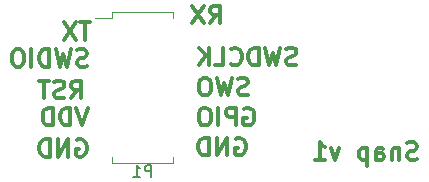
<source format=gbo>
%TF.GenerationSoftware,KiCad,Pcbnew,no-vcs-found-8182369~60~ubuntu16.04.1*%
%TF.CreationDate,2017-09-13T17:00:57+05:30*%
%TF.ProjectId,snap_rev1,736E61705F726576312E6B696361645F,rev?*%
%TF.SameCoordinates,Original*%
%TF.FileFunction,Legend,Bot*%
%TF.FilePolarity,Positive*%
%FSLAX46Y46*%
G04 Gerber Fmt 4.6, Leading zero omitted, Abs format (unit mm)*
G04 Created by KiCad (PCBNEW no-vcs-found-8182369~60~ubuntu16.04.1) date Wed Sep 13 17:00:57 2017*
%MOMM*%
%LPD*%
G01*
G04 APERTURE LIST*
%ADD10C,0.300000*%
%ADD11C,0.120000*%
%ADD12C,0.150000*%
G04 APERTURE END LIST*
D10*
X77854428Y-60678142D02*
X77640142Y-60749571D01*
X77283000Y-60749571D01*
X77140142Y-60678142D01*
X77068714Y-60606714D01*
X76997285Y-60463857D01*
X76997285Y-60321000D01*
X77068714Y-60178142D01*
X77140142Y-60106714D01*
X77283000Y-60035285D01*
X77568714Y-59963857D01*
X77711571Y-59892428D01*
X77783000Y-59821000D01*
X77854428Y-59678142D01*
X77854428Y-59535285D01*
X77783000Y-59392428D01*
X77711571Y-59321000D01*
X77568714Y-59249571D01*
X77211571Y-59249571D01*
X76997285Y-59321000D01*
X76354428Y-59749571D02*
X76354428Y-60749571D01*
X76354428Y-59892428D02*
X76283000Y-59821000D01*
X76140142Y-59749571D01*
X75925857Y-59749571D01*
X75783000Y-59821000D01*
X75711571Y-59963857D01*
X75711571Y-60749571D01*
X74354428Y-60749571D02*
X74354428Y-59963857D01*
X74425857Y-59821000D01*
X74568714Y-59749571D01*
X74854428Y-59749571D01*
X74997285Y-59821000D01*
X74354428Y-60678142D02*
X74497285Y-60749571D01*
X74854428Y-60749571D01*
X74997285Y-60678142D01*
X75068714Y-60535285D01*
X75068714Y-60392428D01*
X74997285Y-60249571D01*
X74854428Y-60178142D01*
X74497285Y-60178142D01*
X74354428Y-60106714D01*
X73640142Y-59749571D02*
X73640142Y-61249571D01*
X73640142Y-59821000D02*
X73497285Y-59749571D01*
X73211571Y-59749571D01*
X73068714Y-59821000D01*
X72997285Y-59892428D01*
X72925857Y-60035285D01*
X72925857Y-60463857D01*
X72997285Y-60606714D01*
X73068714Y-60678142D01*
X73211571Y-60749571D01*
X73497285Y-60749571D01*
X73640142Y-60678142D01*
X71283000Y-59749571D02*
X70925857Y-60749571D01*
X70568714Y-59749571D01*
X69211571Y-60749571D02*
X70068714Y-60749571D01*
X69640142Y-60749571D02*
X69640142Y-59249571D01*
X69783000Y-59463857D01*
X69925857Y-59606714D01*
X70068714Y-59678142D01*
X60321000Y-49192571D02*
X60821000Y-48478285D01*
X61178142Y-49192571D02*
X61178142Y-47692571D01*
X60606714Y-47692571D01*
X60463857Y-47764000D01*
X60392428Y-47835428D01*
X60321000Y-47978285D01*
X60321000Y-48192571D01*
X60392428Y-48335428D01*
X60463857Y-48406857D01*
X60606714Y-48478285D01*
X61178142Y-48478285D01*
X59821000Y-47692571D02*
X58821000Y-49192571D01*
X58821000Y-47692571D02*
X59821000Y-49192571D01*
X62483857Y-58940000D02*
X62626714Y-58868571D01*
X62841000Y-58868571D01*
X63055285Y-58940000D01*
X63198142Y-59082857D01*
X63269571Y-59225714D01*
X63341000Y-59511428D01*
X63341000Y-59725714D01*
X63269571Y-60011428D01*
X63198142Y-60154285D01*
X63055285Y-60297142D01*
X62841000Y-60368571D01*
X62698142Y-60368571D01*
X62483857Y-60297142D01*
X62412428Y-60225714D01*
X62412428Y-59725714D01*
X62698142Y-59725714D01*
X61769571Y-60368571D02*
X61769571Y-58868571D01*
X60912428Y-60368571D01*
X60912428Y-58868571D01*
X60198142Y-60368571D02*
X60198142Y-58868571D01*
X59841000Y-58868571D01*
X59626714Y-58940000D01*
X59483857Y-59082857D01*
X59412428Y-59225714D01*
X59341000Y-59511428D01*
X59341000Y-59725714D01*
X59412428Y-60011428D01*
X59483857Y-60154285D01*
X59626714Y-60297142D01*
X59841000Y-60368571D01*
X60198142Y-60368571D01*
X49021857Y-59067000D02*
X49164714Y-58995571D01*
X49379000Y-58995571D01*
X49593285Y-59067000D01*
X49736142Y-59209857D01*
X49807571Y-59352714D01*
X49879000Y-59638428D01*
X49879000Y-59852714D01*
X49807571Y-60138428D01*
X49736142Y-60281285D01*
X49593285Y-60424142D01*
X49379000Y-60495571D01*
X49236142Y-60495571D01*
X49021857Y-60424142D01*
X48950428Y-60352714D01*
X48950428Y-59852714D01*
X49236142Y-59852714D01*
X48307571Y-60495571D02*
X48307571Y-58995571D01*
X47450428Y-60495571D01*
X47450428Y-58995571D01*
X46736142Y-60495571D02*
X46736142Y-58995571D01*
X46379000Y-58995571D01*
X46164714Y-59067000D01*
X46021857Y-59209857D01*
X45950428Y-59352714D01*
X45879000Y-59638428D01*
X45879000Y-59852714D01*
X45950428Y-60138428D01*
X46021857Y-60281285D01*
X46164714Y-60424142D01*
X46379000Y-60495571D01*
X46736142Y-60495571D01*
X63222000Y-56400000D02*
X63364857Y-56328571D01*
X63579142Y-56328571D01*
X63793428Y-56400000D01*
X63936285Y-56542857D01*
X64007714Y-56685714D01*
X64079142Y-56971428D01*
X64079142Y-57185714D01*
X64007714Y-57471428D01*
X63936285Y-57614285D01*
X63793428Y-57757142D01*
X63579142Y-57828571D01*
X63436285Y-57828571D01*
X63222000Y-57757142D01*
X63150571Y-57685714D01*
X63150571Y-57185714D01*
X63436285Y-57185714D01*
X62507714Y-57828571D02*
X62507714Y-56328571D01*
X61936285Y-56328571D01*
X61793428Y-56400000D01*
X61722000Y-56471428D01*
X61650571Y-56614285D01*
X61650571Y-56828571D01*
X61722000Y-56971428D01*
X61793428Y-57042857D01*
X61936285Y-57114285D01*
X62507714Y-57114285D01*
X61007714Y-57828571D02*
X61007714Y-56328571D01*
X60007714Y-56328571D02*
X59722000Y-56328571D01*
X59579142Y-56400000D01*
X59436285Y-56542857D01*
X59364857Y-56828571D01*
X59364857Y-57328571D01*
X59436285Y-57614285D01*
X59579142Y-57757142D01*
X59722000Y-57828571D01*
X60007714Y-57828571D01*
X60150571Y-57757142D01*
X60293428Y-57614285D01*
X60364857Y-57328571D01*
X60364857Y-56828571D01*
X60293428Y-56542857D01*
X60150571Y-56400000D01*
X60007714Y-56328571D01*
X50006000Y-56328571D02*
X49506000Y-57828571D01*
X49006000Y-56328571D01*
X48506000Y-57828571D02*
X48506000Y-56328571D01*
X48148857Y-56328571D01*
X47934571Y-56400000D01*
X47791714Y-56542857D01*
X47720285Y-56685714D01*
X47648857Y-56971428D01*
X47648857Y-57185714D01*
X47720285Y-57471428D01*
X47791714Y-57614285D01*
X47934571Y-57757142D01*
X48148857Y-57828571D01*
X48506000Y-57828571D01*
X47006000Y-57828571D02*
X47006000Y-56328571D01*
X46648857Y-56328571D01*
X46434571Y-56400000D01*
X46291714Y-56542857D01*
X46220285Y-56685714D01*
X46148857Y-56971428D01*
X46148857Y-57185714D01*
X46220285Y-57471428D01*
X46291714Y-57614285D01*
X46434571Y-57757142D01*
X46648857Y-57828571D01*
X47006000Y-57828571D01*
X48573428Y-55542571D02*
X49073428Y-54828285D01*
X49430571Y-55542571D02*
X49430571Y-54042571D01*
X48859142Y-54042571D01*
X48716285Y-54114000D01*
X48644857Y-54185428D01*
X48573428Y-54328285D01*
X48573428Y-54542571D01*
X48644857Y-54685428D01*
X48716285Y-54756857D01*
X48859142Y-54828285D01*
X49430571Y-54828285D01*
X48002000Y-55471142D02*
X47787714Y-55542571D01*
X47430571Y-55542571D01*
X47287714Y-55471142D01*
X47216285Y-55399714D01*
X47144857Y-55256857D01*
X47144857Y-55114000D01*
X47216285Y-54971142D01*
X47287714Y-54899714D01*
X47430571Y-54828285D01*
X47716285Y-54756857D01*
X47859142Y-54685428D01*
X47930571Y-54614000D01*
X48002000Y-54471142D01*
X48002000Y-54328285D01*
X47930571Y-54185428D01*
X47859142Y-54114000D01*
X47716285Y-54042571D01*
X47359142Y-54042571D01*
X47144857Y-54114000D01*
X46716285Y-54042571D02*
X45859142Y-54042571D01*
X46287714Y-55542571D02*
X46287714Y-54042571D01*
X63539428Y-55217142D02*
X63325142Y-55288571D01*
X62968000Y-55288571D01*
X62825142Y-55217142D01*
X62753714Y-55145714D01*
X62682285Y-55002857D01*
X62682285Y-54860000D01*
X62753714Y-54717142D01*
X62825142Y-54645714D01*
X62968000Y-54574285D01*
X63253714Y-54502857D01*
X63396571Y-54431428D01*
X63468000Y-54360000D01*
X63539428Y-54217142D01*
X63539428Y-54074285D01*
X63468000Y-53931428D01*
X63396571Y-53860000D01*
X63253714Y-53788571D01*
X62896571Y-53788571D01*
X62682285Y-53860000D01*
X62182285Y-53788571D02*
X61825142Y-55288571D01*
X61539428Y-54217142D01*
X61253714Y-55288571D01*
X60896571Y-53788571D01*
X60039428Y-53788571D02*
X59753714Y-53788571D01*
X59610857Y-53860000D01*
X59468000Y-54002857D01*
X59396571Y-54288571D01*
X59396571Y-54788571D01*
X59468000Y-55074285D01*
X59610857Y-55217142D01*
X59753714Y-55288571D01*
X60039428Y-55288571D01*
X60182285Y-55217142D01*
X60325142Y-55074285D01*
X60396571Y-54788571D01*
X60396571Y-54288571D01*
X60325142Y-54002857D01*
X60182285Y-53860000D01*
X60039428Y-53788571D01*
X67642857Y-52677142D02*
X67428571Y-52748571D01*
X67071428Y-52748571D01*
X66928571Y-52677142D01*
X66857142Y-52605714D01*
X66785714Y-52462857D01*
X66785714Y-52320000D01*
X66857142Y-52177142D01*
X66928571Y-52105714D01*
X67071428Y-52034285D01*
X67357142Y-51962857D01*
X67500000Y-51891428D01*
X67571428Y-51820000D01*
X67642857Y-51677142D01*
X67642857Y-51534285D01*
X67571428Y-51391428D01*
X67500000Y-51320000D01*
X67357142Y-51248571D01*
X67000000Y-51248571D01*
X66785714Y-51320000D01*
X66285714Y-51248571D02*
X65928571Y-52748571D01*
X65642857Y-51677142D01*
X65357142Y-52748571D01*
X65000000Y-51248571D01*
X64428571Y-52748571D02*
X64428571Y-51248571D01*
X64071428Y-51248571D01*
X63857142Y-51320000D01*
X63714285Y-51462857D01*
X63642857Y-51605714D01*
X63571428Y-51891428D01*
X63571428Y-52105714D01*
X63642857Y-52391428D01*
X63714285Y-52534285D01*
X63857142Y-52677142D01*
X64071428Y-52748571D01*
X64428571Y-52748571D01*
X62071428Y-52605714D02*
X62142857Y-52677142D01*
X62357142Y-52748571D01*
X62500000Y-52748571D01*
X62714285Y-52677142D01*
X62857142Y-52534285D01*
X62928571Y-52391428D01*
X63000000Y-52105714D01*
X63000000Y-51891428D01*
X62928571Y-51605714D01*
X62857142Y-51462857D01*
X62714285Y-51320000D01*
X62500000Y-51248571D01*
X62357142Y-51248571D01*
X62142857Y-51320000D01*
X62071428Y-51391428D01*
X60714285Y-52748571D02*
X61428571Y-52748571D01*
X61428571Y-51248571D01*
X60214285Y-52748571D02*
X60214285Y-51248571D01*
X59357142Y-52748571D02*
X60000000Y-51891428D01*
X59357142Y-51248571D02*
X60214285Y-52105714D01*
X49914571Y-52804142D02*
X49700285Y-52875571D01*
X49343142Y-52875571D01*
X49200285Y-52804142D01*
X49128857Y-52732714D01*
X49057428Y-52589857D01*
X49057428Y-52447000D01*
X49128857Y-52304142D01*
X49200285Y-52232714D01*
X49343142Y-52161285D01*
X49628857Y-52089857D01*
X49771714Y-52018428D01*
X49843142Y-51947000D01*
X49914571Y-51804142D01*
X49914571Y-51661285D01*
X49843142Y-51518428D01*
X49771714Y-51447000D01*
X49628857Y-51375571D01*
X49271714Y-51375571D01*
X49057428Y-51447000D01*
X48557428Y-51375571D02*
X48200285Y-52875571D01*
X47914571Y-51804142D01*
X47628857Y-52875571D01*
X47271714Y-51375571D01*
X46700285Y-52875571D02*
X46700285Y-51375571D01*
X46343142Y-51375571D01*
X46128857Y-51447000D01*
X45986000Y-51589857D01*
X45914571Y-51732714D01*
X45843142Y-52018428D01*
X45843142Y-52232714D01*
X45914571Y-52518428D01*
X45986000Y-52661285D01*
X46128857Y-52804142D01*
X46343142Y-52875571D01*
X46700285Y-52875571D01*
X45200285Y-52875571D02*
X45200285Y-51375571D01*
X44200285Y-51375571D02*
X43914571Y-51375571D01*
X43771714Y-51447000D01*
X43628857Y-51589857D01*
X43557428Y-51875571D01*
X43557428Y-52375571D01*
X43628857Y-52661285D01*
X43771714Y-52804142D01*
X43914571Y-52875571D01*
X44200285Y-52875571D01*
X44343142Y-52804142D01*
X44486000Y-52661285D01*
X44557428Y-52375571D01*
X44557428Y-51875571D01*
X44486000Y-51589857D01*
X44343142Y-51447000D01*
X44200285Y-51375571D01*
X50164857Y-49089571D02*
X49307714Y-49089571D01*
X49736285Y-50589571D02*
X49736285Y-49089571D01*
X48950571Y-49089571D02*
X47950571Y-50589571D01*
X47950571Y-49089571D02*
X48950571Y-50589571D01*
D11*
%TO.C,P1*%
X57210000Y-48730000D02*
X57210000Y-48200000D01*
X57210000Y-48200000D02*
X52010000Y-48200000D01*
X52010000Y-48200000D02*
X52010000Y-48730000D01*
X57210000Y-60490000D02*
X57210000Y-61020000D01*
X57210000Y-61020000D02*
X52010000Y-61020000D01*
X52010000Y-61020000D02*
X52010000Y-60490000D01*
X50590000Y-48730000D02*
X52010000Y-48730000D01*
D12*
X55348095Y-62174380D02*
X55348095Y-61174380D01*
X54967142Y-61174380D01*
X54871904Y-61222000D01*
X54824285Y-61269619D01*
X54776666Y-61364857D01*
X54776666Y-61507714D01*
X54824285Y-61602952D01*
X54871904Y-61650571D01*
X54967142Y-61698190D01*
X55348095Y-61698190D01*
X53824285Y-62174380D02*
X54395714Y-62174380D01*
X54110000Y-62174380D02*
X54110000Y-61174380D01*
X54205238Y-61317238D01*
X54300476Y-61412476D01*
X54395714Y-61460095D01*
%TD*%
M02*

</source>
